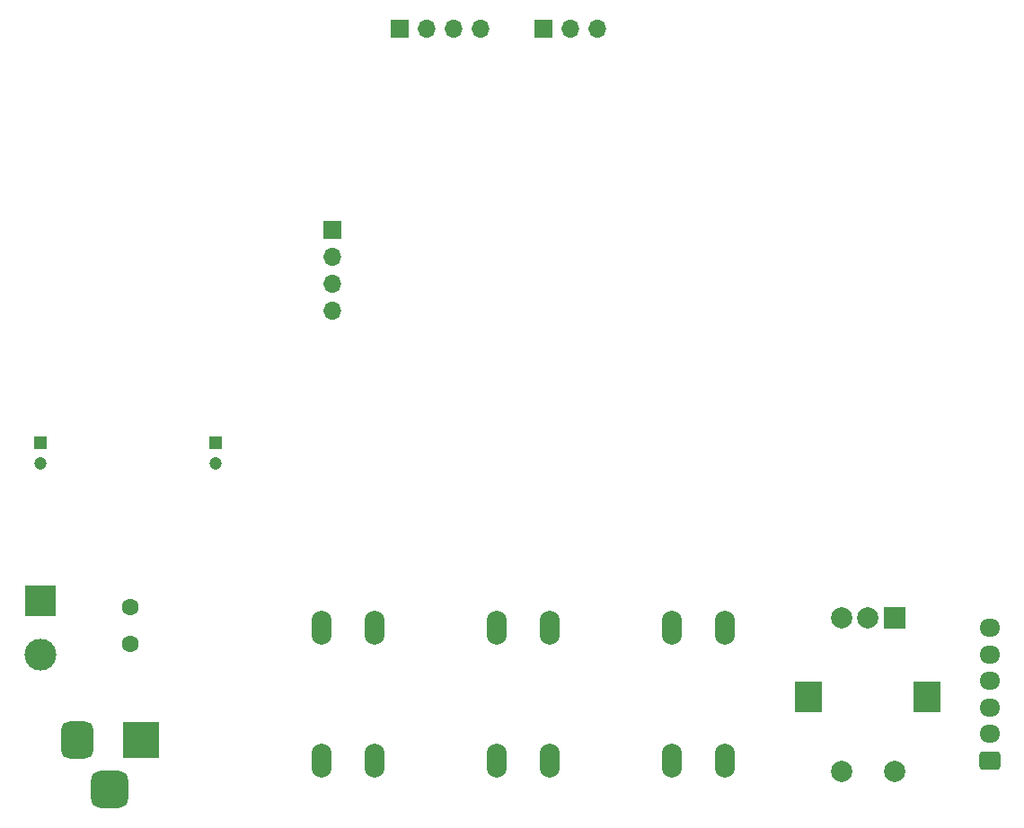
<source format=gbr>
%TF.GenerationSoftware,KiCad,Pcbnew,8.0.4*%
%TF.CreationDate,2024-08-20T10:11:57+03:00*%
%TF.ProjectId,stm32f030k6t6,73746d33-3266-4303-9330-6b3674362e6b,rev?*%
%TF.SameCoordinates,Original*%
%TF.FileFunction,Soldermask,Bot*%
%TF.FilePolarity,Negative*%
%FSLAX46Y46*%
G04 Gerber Fmt 4.6, Leading zero omitted, Abs format (unit mm)*
G04 Created by KiCad (PCBNEW 8.0.4) date 2024-08-20 10:11:57*
%MOMM*%
%LPD*%
G01*
G04 APERTURE LIST*
G04 Aperture macros list*
%AMRoundRect*
0 Rectangle with rounded corners*
0 $1 Rounding radius*
0 $2 $3 $4 $5 $6 $7 $8 $9 X,Y pos of 4 corners*
0 Add a 4 corners polygon primitive as box body*
4,1,4,$2,$3,$4,$5,$6,$7,$8,$9,$2,$3,0*
0 Add four circle primitives for the rounded corners*
1,1,$1+$1,$2,$3*
1,1,$1+$1,$4,$5*
1,1,$1+$1,$6,$7*
1,1,$1+$1,$8,$9*
0 Add four rect primitives between the rounded corners*
20,1,$1+$1,$2,$3,$4,$5,0*
20,1,$1+$1,$4,$5,$6,$7,0*
20,1,$1+$1,$6,$7,$8,$9,0*
20,1,$1+$1,$8,$9,$2,$3,0*%
G04 Aperture macros list end*
%ADD10O,1.900000X3.200000*%
%ADD11R,2.000000X2.000000*%
%ADD12C,2.000000*%
%ADD13R,2.500000X3.000000*%
%ADD14R,1.700000X1.700000*%
%ADD15O,1.700000X1.700000*%
%ADD16R,1.200000X1.200000*%
%ADD17C,1.200000*%
%ADD18R,3.500000X3.500000*%
%ADD19RoundRect,0.750000X-0.750000X-1.000000X0.750000X-1.000000X0.750000X1.000000X-0.750000X1.000000X0*%
%ADD20RoundRect,0.875000X-0.875000X-0.875000X0.875000X-0.875000X0.875000X0.875000X-0.875000X0.875000X0*%
%ADD21C,1.600000*%
%ADD22R,3.000000X3.000000*%
%ADD23C,3.000000*%
%ADD24RoundRect,0.250000X0.725000X-0.600000X0.725000X0.600000X-0.725000X0.600000X-0.725000X-0.600000X0*%
%ADD25O,1.950000X1.700000*%
G04 APERTURE END LIST*
D10*
%TO.C,SW3*%
X214000000Y-119000000D03*
X214000000Y-106500000D03*
X219000000Y-119000000D03*
X219000000Y-106500000D03*
%TD*%
D11*
%TO.C,SW1*%
X235000000Y-105500000D03*
D12*
X230000000Y-105500000D03*
X232500000Y-105500000D03*
D13*
X238100000Y-113000000D03*
X226900000Y-113000000D03*
D12*
X235000000Y-120000000D03*
X230000000Y-120000000D03*
%TD*%
D14*
%TO.C,J4*%
X201920000Y-50000000D03*
D15*
X204460000Y-50000000D03*
X207000000Y-50000000D03*
%TD*%
D16*
%TO.C,C9*%
X171000000Y-89000000D03*
D17*
X171000000Y-91000000D03*
%TD*%
D18*
%TO.C,J1*%
X164000000Y-117042500D03*
D19*
X158000000Y-117042500D03*
D20*
X161000000Y-121742500D03*
%TD*%
D21*
%TO.C,C5*%
X163000000Y-104500000D03*
X163000000Y-108000000D03*
%TD*%
D16*
%TO.C,C7*%
X154500000Y-89000000D03*
D17*
X154500000Y-91000000D03*
%TD*%
D10*
%TO.C,SW2*%
X181000000Y-119000000D03*
X181000000Y-106500000D03*
X186000000Y-119000000D03*
X186000000Y-106500000D03*
%TD*%
%TO.C,SW4*%
X197500000Y-119000000D03*
X197500000Y-106500000D03*
X202500000Y-119000000D03*
X202500000Y-106500000D03*
%TD*%
D22*
%TO.C,J6*%
X154500000Y-103920000D03*
D23*
X154500000Y-109000000D03*
%TD*%
D14*
%TO.C,J2*%
X182000000Y-68980000D03*
D15*
X182000000Y-71520000D03*
X182000000Y-74060000D03*
X182000000Y-76600000D03*
%TD*%
D14*
%TO.C,J3*%
X188380000Y-50000000D03*
D15*
X190920000Y-50000000D03*
X193460000Y-50000000D03*
X196000000Y-50000000D03*
%TD*%
D24*
%TO.C,J5*%
X244000000Y-119000000D03*
D25*
X244000000Y-116500000D03*
X244000000Y-114000000D03*
X244000000Y-111500000D03*
X244000000Y-109000000D03*
X244000000Y-106500000D03*
%TD*%
M02*

</source>
